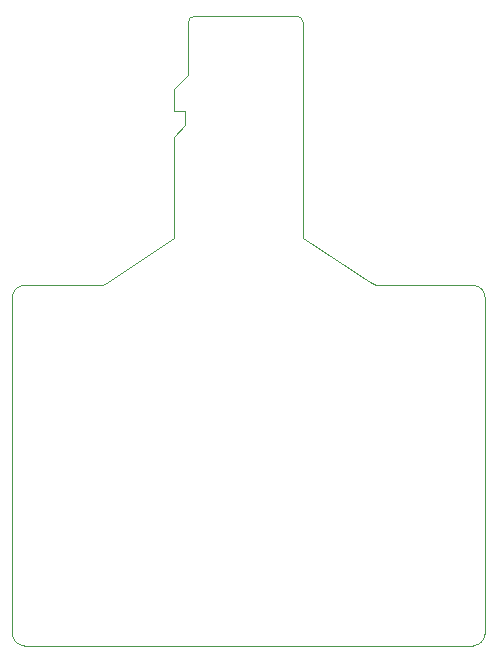
<source format=gbr>
%TF.GenerationSoftware,KiCad,Pcbnew,9.0.2*%
%TF.CreationDate,2025-06-23T22:31:53+02:00*%
%TF.ProjectId,Board,426f6172-642e-46b6-9963-61645f706362,rev?*%
%TF.SameCoordinates,Original*%
%TF.FileFunction,Profile,NP*%
%FSLAX46Y46*%
G04 Gerber Fmt 4.6, Leading zero omitted, Abs format (unit mm)*
G04 Created by KiCad (PCBNEW 9.0.2) date 2025-06-23 22:31:53*
%MOMM*%
%LPD*%
G01*
G04 APERTURE LIST*
%TA.AperFunction,Profile*%
%ADD10C,0.100000*%
%TD*%
%TA.AperFunction,Profile*%
%ADD11C,0.120000*%
%TD*%
G04 APERTURE END LIST*
D10*
X107500000Y-98000000D02*
G75*
G02*
X106500000Y-99000000I-1000000J0D01*
G01*
X97775000Y-68185414D02*
X98254269Y-68500000D01*
X68507107Y-99000000D02*
G75*
G02*
X67500025Y-98000050I-7J1007100D01*
G01*
X106625000Y-68500000D02*
X98375000Y-68500000D01*
X67500000Y-69500000D02*
X67500000Y-98000000D01*
X75000000Y-68500000D02*
X68500000Y-68500000D01*
X75000000Y-68500000D02*
X75140621Y-68500000D01*
X106624035Y-68507722D02*
G75*
G02*
X107500000Y-69500000I-124035J-992278D01*
G01*
X75575000Y-68210414D02*
X75140621Y-68500000D01*
X67500000Y-69500000D02*
G75*
G02*
X68500000Y-68500000I1000000J0D01*
G01*
X98254269Y-68500000D02*
X98375000Y-68500000D01*
X107500000Y-98000000D02*
X107500000Y-69500000D01*
X68500000Y-99000000D02*
X106500000Y-99000000D01*
D11*
%TO.C,J1*%
X81200000Y-51910414D02*
X81200000Y-53710414D01*
X81200000Y-51910414D02*
X82400000Y-50710414D01*
X81200000Y-53710414D02*
X82100000Y-53710414D01*
X81200000Y-55910414D02*
X81200000Y-64460414D01*
X81200000Y-64460414D02*
X75575000Y-68210414D01*
X82100000Y-53710414D02*
X82100000Y-54910414D01*
X82100000Y-54910414D02*
X81200000Y-55910414D01*
X82400000Y-50710414D02*
X82403553Y-46213967D01*
X86600000Y-45710414D02*
X82903553Y-45713967D01*
X86600000Y-45710414D02*
X91596447Y-45713967D01*
X92100000Y-64460414D02*
X92096447Y-46213967D01*
X92100000Y-64460414D02*
X97775000Y-68185414D01*
X82403553Y-46213967D02*
G75*
G02*
X82903553Y-45713967I500001J-1D01*
G01*
X91596447Y-45713967D02*
G75*
G02*
X92096447Y-46213967I-47J-500047D01*
G01*
%TD*%
M02*

</source>
